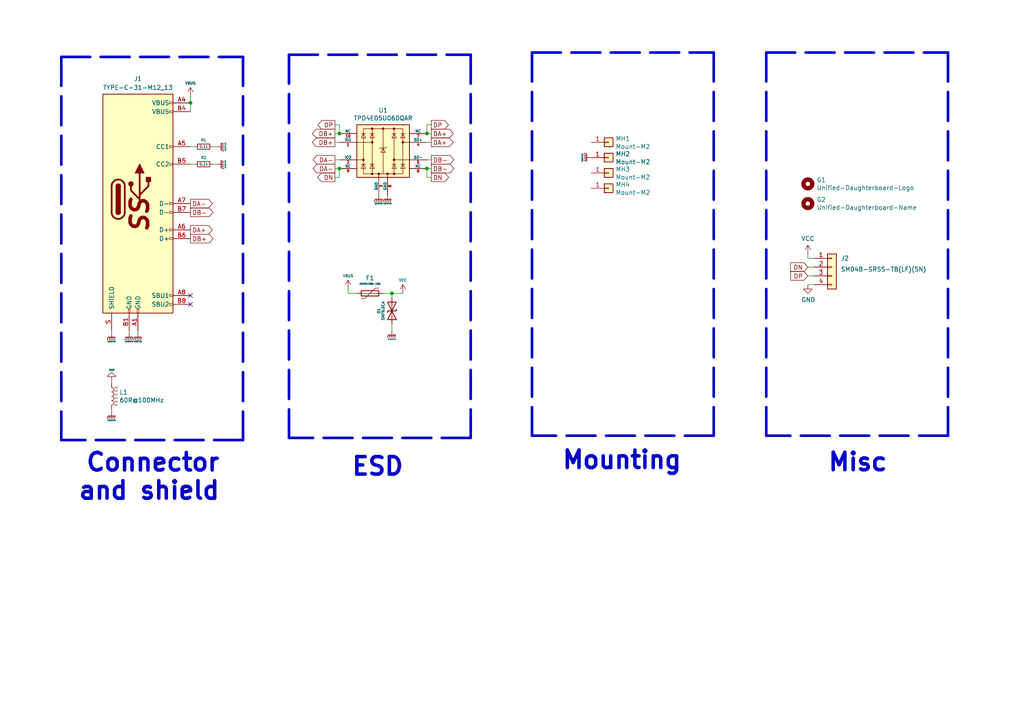
<source format=kicad_sch>
(kicad_sch (version 20211123) (generator eeschema)
  (paper "A4")
  (title_block (title "Unified Daughterboard") (date "2020-03-22") (rev "C3") (company "Designed by the keyboard community"))
  (lib_symbols
    (symbol "Connector_Generic:Conn_01x01" (pin_names (offset 1.016) hide)
      (property "Reference" "J" (at 0 2.54 0))
      (property "Value" "Conn_01x01" (at 0 -2.54 0))
      (symbol "Conn_01x01_1_1"
        (rectangle (start -1.27 0.127) (end 0 -0.127) (stroke (width 0.1524)))
        (rectangle (start -1.27 1.27) (end 1.27 -1.27) (stroke (width 0.254)) (fill (type background)))
        (pin passive line (at -5.08 0 0) (length 3.81) (name "Pin_1") (number "1"))
      )
    )
    (symbol "Connector_Generic:Conn_01x04" (pin_names (offset 1.016) hide)
      (property "Reference" "J" (at 0 5.08 0))
      (property "Value" "Conn_01x04" (at 0 -7.62 0))
      (symbol "Conn_01x04_1_1"
        (rectangle (start -1.27 -4.953) (end 0 -5.207) (stroke (width 0.1524)))
        (rectangle (start -1.27 -2.413) (end 0 -2.667) (stroke (width 0.1524)))
        (rectangle (start -1.27 0.127) (end 0 -0.127) (stroke (width 0.1524)))
        (rectangle (start -1.27 2.667) (end 0 2.413) (stroke (width 0.1524)))
        (rectangle (start -1.27 3.81) (end 1.27 -6.35) (stroke (width 0.254)) (fill (type background)))
        (pin passive line (at -5.08 2.54 0) (length 3.81) (name "Pin_1") (number "1"))
        (pin passive line (at -5.08 0 0) (length 3.81) (name "Pin_2") (number "2"))
        (pin passive line (at -5.08 -2.54 0) (length 3.81) (name "Pin_3") (number "3"))
        (pin passive line (at -5.08 -5.08 0) (length 3.81) (name "Pin_4") (number "4"))
      )
    )
    (symbol "Device:D_TVS" (pin_numbers hide) (pin_names (offset 1.016) hide)
      (property "Reference" "D" (at 0 2.54 0))
      (property "Value" "D_TVS" (at 0 -2.54 0))
      (symbol "D_TVS_0_1"
        (polyline (pts (xy 1.27 0) (xy -1.27 0)))
        (polyline (pts (xy 0.508 1.27) (xy 0 1.27) (xy 0 -1.27) (xy -0.508 -1.27)) (stroke (width 0.254)))
        (polyline (pts (xy -2.54 1.27) (xy -2.54 -1.27) (xy 2.54 1.27) (xy 2.54 -1.27) (xy -2.54 1.27)) (stroke (width 0.254)))
      )
      (symbol "D_TVS_1_1"
        (pin passive line (at -3.81 0 0) (length 2.54) (name "A1") (number "1"))
        (pin passive line (at 3.81 0 180) (length 2.54) (name "A2") (number "2"))
      )
    )
    (symbol "Device:Polyfuse" (pin_numbers hide) (pin_names (offset 0))
      (property "Reference" "F" (at -2.54 0 90))
      (property "Value" "Polyfuse" (at 2.54 0 90))
      (symbol "Polyfuse_0_1"
        (rectangle (start -0.762 2.54) (end 0.762 -2.54) (stroke (width 0.254)))
        (polyline (pts (xy 0 2.54) (xy 0 -2.54)))
        (polyline (pts (xy -1.524 2.54) (xy -1.524 1.524) (xy 1.524 -1.524) (xy 1.524 -2.54)))
      )
      (symbol "Polyfuse_1_1"
        (pin passive line (at 0 3.81 270) (length 1.27) (name "~") (number "1"))
        (pin passive line (at 0 -3.81 90) (length 1.27) (name "~") (number "2"))
      )
    )
    (symbol "Device:R_Small" (pin_numbers hide) (pin_names (offset 0.254) hide)
      (property "Reference" "R" (at 0.762 0.508 0))
      (property "Value" "R_Small" (at 0.762 -1.016 0))
      (symbol "R_Small_0_1"
        (rectangle (start -0.762 1.778) (end 0.762 -1.778) (stroke (width 0.2032)))
      )
      (symbol "R_Small_1_1"
        (pin passive line (at 0 2.54 270) (length 0.762) (name "~") (number "1"))
        (pin passive line (at 0 -2.54 90) (length 0.762) (name "~") (number "2"))
      )
    )
    (symbol "Mechanical:MountingHole" (pin_names (offset 1.016))
      (property "Reference" "H" (at 0 5.08 0))
      (property "Value" "MountingHole" (at 0 3.175 0))
      (symbol "MountingHole_0_1"
        (circle (center 0 0) (radius 1.27) (stroke (width 1.27)))
      )
    )
    (symbol "Unified-Daughterboard-rescue:L_Core_Ferrite-Device" (pin_numbers hide) (pin_names (offset 1.016) hide)
      (property "Reference" "L" (at -1.27 0 90))
      (property "Value" "L_Core_Ferrite-Device" (at 2.794 0 90))
      (symbol "L_Core_Ferrite-Device_0_1"
        (arc (start 0 -2.54) (mid 0.635 -1.905) (end 0 -1.27))
        (arc (start 0 -1.27) (mid 0.635 -0.635) (end 0 0))
        (polyline (pts (xy 1.016 -2.794) (xy 1.016 -2.286)))
        (polyline (pts (xy 1.016 -1.778) (xy 1.016 -1.27)))
        (polyline (pts (xy 1.016 -0.762) (xy 1.016 -0.254)))
        (polyline (pts (xy 1.016 0.254) (xy 1.016 0.762)))
        (polyline (pts (xy 1.016 1.27) (xy 1.016 1.778)))
        (polyline (pts (xy 1.016 2.286) (xy 1.016 2.794)))
        (polyline (pts (xy 1.524 -2.286) (xy 1.524 -2.794)))
        (polyline (pts (xy 1.524 -1.27) (xy 1.524 -1.778)))
        (polyline (pts (xy 1.524 -0.254) (xy 1.524 -0.762)))
        (polyline (pts (xy 1.524 0.762) (xy 1.524 0.254)))
        (polyline (pts (xy 1.524 1.778) (xy 1.524 1.27)))
        (polyline (pts (xy 1.524 2.794) (xy 1.524 2.286)))
        (arc (start 0 0) (mid 0.635 0.635) (end 0 1.27))
        (arc (start 0 1.27) (mid 0.635 1.905) (end 0 2.54))
      )
      (symbol "L_Core_Ferrite-Device_1_1"
        (pin passive line (at 0 3.81 270) (length 1.27) (name "1") (number "1"))
        (pin passive line (at 0 -3.81 90) (length 1.27) (name "2") (number "2"))
      )
    )
    (symbol "acheronSymbols:TPD4E05U06DQAR" (pin_names (offset 0))
      (property "Reference" "U" (at 0 12.7 0))
      (property "Value" "TPD4E05U06DQAR" (at 0 10.16 0))
      (symbol "TPD4E05U06DQAR_0_0"
        (rectangle (start -5.715 6.477) (end 5.715 -6.604))
        (polyline (pts (xy -3.175 -6.604) (xy -3.175 6.477)))
        (polyline (pts (xy 0 6.477) (xy 0 -6.604)))
        (polyline (pts (xy 3.175 6.477) (xy 3.175 -6.604)))
      )
      (symbol "TPD4E05U06DQAR_0_1"
        (rectangle (start -7.62 7.62) (end 7.62 -7.62) (stroke (width 0.254)) (fill (type background)))
        (circle (center -5.715 -2.54) (radius 0.2794) (fill (type outline)))
        (circle (center -3.175 -6.604) (radius 0.2794) (fill (type outline)))
        (circle (center -3.175 2.54) (radius 0.2794) (fill (type outline)))
        (circle (center -3.175 6.477) (radius 0.2794) (fill (type outline)))
        (circle (center -1.27 -6.604) (radius 0.2794) (fill (type outline)))
        (polyline (pts (xy -7.747 2.54) (xy -3.175 2.54)))
        (polyline (pts (xy -7.62 -2.54) (xy -5.715 -2.54)))
        (polyline (pts (xy -5.08 -3.81) (xy -6.35 -3.81)))
        (polyline (pts (xy -5.08 5.08) (xy -6.35 5.08)))
        (polyline (pts (xy -2.54 -3.81) (xy -3.81 -3.81)))
        (polyline (pts (xy -2.54 5.08) (xy -3.81 5.08)))
        (polyline (pts (xy -1.27 -6.604) (xy -1.27 -7.62)))
        (polyline (pts (xy -0.635 0.889) (xy -1.016 0.635)))
        (polyline (pts (xy 0.635 0.889) (xy -0.635 0.889)))
        (polyline (pts (xy 0.635 0.889) (xy 1.016 1.143)))
        (polyline (pts (xy 3.81 -3.81) (xy 2.54 -3.81)))
        (polyline (pts (xy 3.81 5.08) (xy 2.54 5.08)))
        (polyline (pts (xy 6.35 -3.81) (xy 5.08 -3.81)))
        (polyline (pts (xy 6.35 5.08) (xy 5.08 5.08)))
        (polyline (pts (xy 7.62 -2.54) (xy 3.175 -2.54)))
        (polyline (pts (xy 7.62 2.54) (xy 5.715 2.54)))
        (polyline (pts (xy -5.08 -5.08) (xy -6.35 -5.08) (xy -5.715 -3.81) (xy -5.08 -5.08)))
        (polyline (pts (xy -5.08 3.81) (xy -6.35 3.81) (xy -5.715 5.08) (xy -5.08 3.81)))
        (polyline (pts (xy -2.54 -5.08) (xy -3.81 -5.08) (xy -3.175 -3.81) (xy -2.54 -5.08)))
        (polyline (pts (xy -2.54 3.81) (xy -3.81 3.81) (xy -3.175 5.08) (xy -2.54 3.81)))
        (polyline (pts (xy 0.635 -0.381) (xy -0.635 -0.381) (xy 0 0.889) (xy 0.635 -0.381)))
        (polyline (pts (xy 3.81 -5.08) (xy 2.54 -5.08) (xy 3.175 -3.81) (xy 3.81 -5.08)))
        (polyline (pts (xy 3.81 3.81) (xy 2.54 3.81) (xy 3.175 5.08) (xy 3.81 3.81)))
        (polyline (pts (xy 6.35 -5.08) (xy 5.08 -5.08) (xy 5.715 -3.81) (xy 6.35 -5.08)))
        (polyline (pts (xy 6.35 3.81) (xy 5.08 3.81) (xy 5.715 5.08) (xy 6.35 3.81)))
        (circle (center 0 6.477) (radius 0.2794) (fill (type outline)))
        (circle (center 3.175 -6.604) (radius 0.2794) (fill (type outline)))
        (circle (center 3.175 -2.54) (radius 0.2794) (fill (type outline)))
        (circle (center 3.175 6.477) (radius 0.2794) (fill (type outline)))
        (circle (center 5.715 2.54) (radius 0.2794) (fill (type outline)))
      )
      (symbol "TPD4E05U06DQAR_1_1"
        (polyline (pts (xy 1.27 -6.604) (xy 1.27 -7.62)))
        (circle (center 1.27 -6.604) (radius 0.2794) (fill (type outline)))
        (pin bidirectional line (at -12.7 2.54 0) (length 5.08) (name "IO1") (number "1"))
        (pin bidirectional line (at -12.7 5.08 0) (length 5.08) (name "NC") (number "10"))
        (pin bidirectional line (at -12.7 -2.54 0) (length 5.08) (name "IO2") (number "2"))
        (pin power_in line (at -1.27 -12.7 90) (length 5.08) (name "GND") (number "3"))
        (pin bidirectional line (at 12.7 2.54 180) (length 5.08) (name "D2+") (number "4"))
        (pin bidirectional line (at 12.7 -2.54 180) (length 5.08) (name "D2-") (number "5"))
        (pin bidirectional line (at 12.7 -5.08 180) (length 5.08) (name "NC") (number "6"))
        (pin bidirectional line (at 12.7 5.08 180) (length 5.08) (name "NC") (number "7"))
        (pin power_in line (at 1.27 -12.7 90) (length 5.08) (name "GND") (number "8"))
        (pin bidirectional line (at -12.7 -5.08 0) (length 5.08) (name "NC") (number "9"))
      )
    )
    (symbol "acheronSymbols:TYPE-C-31-M12_13" (pin_names (offset 1.016))
      (property "Reference" "J" (at -1.27 35.56 0))
      (property "Value" "TYPE-C-31-M12_13" (at 10.16 33.02 0))
      (symbol "TYPE-C-31-M12_13_0_0"
        (rectangle (start -0.254 -31.75) (end 0.254 -30.734))
        (rectangle (start 10.16 -28.956) (end 9.144 -29.464))
        (rectangle (start 10.16 -26.416) (end 9.144 -26.924))
        (rectangle (start 10.16 -9.906) (end 9.144 -10.414))
        (rectangle (start 10.16 -7.366) (end 9.144 -7.874))
        (rectangle (start 10.16 -2.286) (end 9.144 -2.794))
        (rectangle (start 10.16 0.254) (end 9.144 -0.254))
        (rectangle (start 10.16 11.684) (end 9.144 11.176))
        (rectangle (start 10.16 16.764) (end 9.144 16.256))
        (rectangle (start 10.16 29.464) (end 9.144 28.956))
        (text "SS" (at 0.508 -3.175 900) (effects (font (size 5.08 5.08) bold italic)))
      )
      (symbol "TYPE-C-31-M12_13_0_1"
        (rectangle (start -10.16 31.75) (end 10.16 -31.75) (stroke (width 0.254)) (fill (type background)))
        (arc (start -7.62 -2.54) (mid -5.715 -4.445) (end -3.81 -2.54) (stroke (width 0.508)))
        (arc (start -6.35 -2.54) (mid -5.715 -3.175) (end -5.08 -2.54) (stroke (width 0.254)))
        (arc (start -6.35 -2.54) (mid -5.715 -3.175) (end -5.08 -2.54) (stroke (width 0.254)) (fill (type outline)))
        (rectangle (start -6.35 -2.54) (end -5.08 5.08) (stroke (width 0.254)) (fill (type outline)))
        (arc (start -5.08 5.08) (mid -5.715 5.715) (end -6.35 5.08) (stroke (width 0.254)))
        (arc (start -5.08 5.08) (mid -5.715 5.715) (end -6.35 5.08) (stroke (width 0.254)) (fill (type outline)))
        (arc (start -3.81 5.08) (mid -5.715 6.985) (end -7.62 5.08) (stroke (width 0.508)))
        (circle (center -2.032 5.715) (radius 0.635) (stroke (width 0.254)) (fill (type outline)))
        (polyline (pts (xy -7.62 -2.54) (xy -7.62 5.08)) (stroke (width 0.508)))
        (polyline (pts (xy -3.81 5.08) (xy -3.81 -2.54)) (stroke (width 0.508)))
        (polyline (pts (xy 0.508 0) (xy 0.508 8.89)) (stroke (width 0.508)))
        (polyline (pts (xy 0.508 1.27) (xy -2.032 3.81) (xy -2.032 5.08)) (stroke (width 0.508)))
        (polyline (pts (xy 0.508 2.54) (xy 3.048 5.08) (xy 3.048 6.35)) (stroke (width 0.508)))
        (polyline (pts (xy -0.762 8.89) (xy 0.508 11.43) (xy 1.778 8.89) (xy -0.762 8.89)) (stroke (width 0.254)) (fill (type outline)))
        (rectangle (start 2.413 6.35) (end 3.683 7.62) (stroke (width 0.254)) (fill (type outline)))
      )
      (symbol "TYPE-C-31-M12_13_1_1"
        (rectangle (start -2.794 -31.75) (end -2.286 -30.734))
        (rectangle (start 10.16 26.924) (end 9.144 26.416))
        (pin power_out line (at 0 -36.83 90) (length 5.08) (name "GND") (number "A1"))
        (pin power_out line (at 15.24 29.21 180) (length 5.08) (name "VBUS") (number "A4"))
        (pin bidirectional line (at 15.24 16.51 180) (length 5.08) (name "CC1") (number "A5"))
        (pin bidirectional line (at 15.24 -7.62 180) (length 5.08) (name "D+") (number "A6"))
        (pin bidirectional line (at 15.24 0 180) (length 5.08) (name "D-") (number "A7"))
        (pin bidirectional line (at 15.24 -26.67 180) (length 5.08) (name "SBU1") (number "A8"))
        (pin power_out line (at -2.54 -36.83 90) (length 5.08) (name "GND") (number "B1"))
        (pin power_out line (at 15.24 26.67 180) (length 5.08) (name "VBUS") (number "B4"))
        (pin bidirectional line (at 15.24 11.43 180) (length 5.08) (name "CC2") (number "B5"))
        (pin bidirectional line (at 15.24 -10.16 180) (length 5.08) (name "D+") (number "B6"))
        (pin bidirectional line (at 15.24 -2.54 180) (length 5.08) (name "D-") (number "B7"))
        (pin bidirectional line (at 15.24 -29.21 180) (length 5.08) (name "SBU2") (number "B8"))
        (pin passive line (at -7.62 -36.83 90) (length 5.08) (name "SHIELD") (number "S"))
      )
    )
    (symbol "power:GND" (power) (pin_names (offset 0))
      (property "Value" "GND" (at 0 -3.81 0))
      (symbol "GND_0_1"
        (polyline (pts (xy 0 0) (xy 0 -1.27) (xy 1.27 -1.27) (xy 0 -2.54) (xy -1.27 -1.27) (xy 0 -1.27)))
      )
      (symbol "GND_1_1"
        (pin power_in line (at 0 0 270) (length 0) hide (name "GND") (number "1"))
      )
    )
    (symbol "power:GNDPWR" (power) (pin_names (offset 0))
      (property "Value" "GNDPWR" (at 0 -3.302 0))
      (symbol "GNDPWR_0_1"
        (polyline (pts (xy 0 -1.27) (xy 0 0)))
        (polyline (pts (xy -1.016 -1.27) (xy -1.27 -2.032) (xy -1.27 -2.032)) (stroke (width 0.2032)))
        (polyline (pts (xy -0.508 -1.27) (xy -0.762 -2.032) (xy -0.762 -2.032)) (stroke (width 0.2032)))
        (polyline (pts (xy 0 -1.27) (xy -0.254 -2.032) (xy -0.254 -2.032)) (stroke (width 0.2032)))
        (polyline (pts (xy 0.508 -1.27) (xy 0.254 -2.032) (xy 0.254 -2.032)) (stroke (width 0.2032)))
        (polyline (pts (xy 1.016 -1.27) (xy -1.016 -1.27) (xy -1.016 -1.27)) (stroke (width 0.2032)))
        (polyline (pts (xy 1.016 -1.27) (xy 0.762 -2.032) (xy 0.762 -2.032) (xy 0.762 -2.032)) (stroke (width 0.2032)))
      )
      (symbol "GNDPWR_1_1"
        (pin power_in line (at 0 0 270) (length 0) hide (name "GNDPWR") (number "1"))
      )
    )
    (symbol "power:VBUS" (power) (pin_names (offset 0))
      (property "Value" "VBUS" (at 0 3.81 0))
      (symbol "VBUS_0_1"
        (polyline (pts (xy -0.762 1.27) (xy 0 2.54)))
        (polyline (pts (xy 0 0) (xy 0 2.54)))
        (polyline (pts (xy 0 2.54) (xy 0.762 1.27)))
      )
      (symbol "VBUS_1_1"
        (pin power_in line (at 0 0 90) (length 0) hide (name "VBUS") (number "1"))
      )
    )
    (symbol "power:VCC" (power) (pin_names (offset 0))
      (property "Value" "VCC" (at 0 3.81 0))
      (symbol "VCC_0_1"
        (polyline (pts (xy -0.762 1.27) (xy 0 2.54)))
        (polyline (pts (xy 0 0) (xy 0 2.54)))
        (polyline (pts (xy 0 2.54) (xy 0.762 1.27)))
      )
      (symbol "VCC_1_1"
        (pin power_in line (at 0 0 90) (length 0) hide (name "VCC") (number "1"))
      )
    )
  )
  (junction (at 113.665 85.09))
  (junction (at 55.245 29.845))
  (junction (at 98.425 38.735))
  (junction (at 123.825 48.895))
  (junction (at 123.825 38.735))
  (junction (at 98.425 48.895))
  (no_connect (at 55.245 88.265))
  (no_connect (at 55.245 85.725))
  (polyline (pts (xy 70.485 16.51) (xy 70.485 127.635)) (stroke (width 0.762)))
  (polyline (pts (xy 136.525 15.875) (xy 136.525 127)) (stroke (width 0.762)))
  (wire (pts (xy 125.095 36.195) (xy 123.825 36.195)))
  (wire (pts (xy 98.425 51.435) (xy 98.425 48.895)))
  (polyline (pts (xy 154.305 15.24) (xy 207.01 15.24)) (stroke (width 0.762)))
  (polyline (pts (xy 17.78 16.51) (xy 70.485 16.51)) (stroke (width 0.762)))
  (wire (pts (xy 97.155 46.355) (xy 98.425 46.355)))
  (polyline (pts (xy 207.01 126.365) (xy 154.305 126.365)) (stroke (width 0.762)))
  (wire (pts (xy 97.155 48.895) (xy 98.425 48.895)))
  (wire (pts (xy 97.155 51.435) (xy 98.425 51.435)))
  (polyline (pts (xy 83.82 15.875) (xy 83.82 127)) (stroke (width 0.762)))
  (polyline (pts (xy 136.525 127) (xy 83.82 127)) (stroke (width 0.762)))
  (wire (pts (xy 123.825 36.195) (xy 123.825 38.735)))
  (wire (pts (xy 123.825 46.355) (xy 125.095 46.355)))
  (polyline (pts (xy 70.485 127.635) (xy 17.78 127.635)) (stroke (width 0.762)))
  (wire (pts (xy 55.245 42.545) (xy 56.515 42.545)))
  (polyline (pts (xy 222.25 15.24) (xy 274.955 15.24)) (stroke (width 0.762)))
  (wire (pts (xy 234.315 73.66) (xy 234.315 74.93)))
  (wire (pts (xy 123.825 48.895) (xy 125.095 48.895)))
  (wire (pts (xy 236.22 77.47) (xy 234.315 77.47)))
  (wire (pts (xy 97.155 41.275) (xy 98.425 41.275)))
  (wire (pts (xy 123.825 38.735) (xy 125.095 38.735)))
  (wire (pts (xy 123.825 51.435) (xy 125.095 51.435)))
  (wire (pts (xy 123.825 48.895) (xy 123.825 51.435)))
  (polyline (pts (xy 17.78 16.51) (xy 17.78 127.635)) (stroke (width 0.762)))
  (wire (pts (xy 123.825 41.275) (xy 125.095 41.275)))
  (wire (pts (xy 40.005 95.885) (xy 40.005 96.52)))
  (wire (pts (xy 97.155 36.195) (xy 98.425 36.195)))
  (wire (pts (xy 55.245 29.845) (xy 55.245 32.385)))
  (wire (pts (xy 55.245 47.625) (xy 56.515 47.625)))
  (wire (pts (xy 234.315 80.01) (xy 236.22 80.01)))
  (wire (pts (xy 32.385 110.49) (xy 32.385 111.125)))
  (wire (pts (xy 37.465 95.885) (xy 37.465 96.52)))
  (polyline (pts (xy 274.955 126.365) (xy 222.25 126.365)) (stroke (width 0.762)))
  (wire (pts (xy 100.965 85.09) (xy 103.505 85.09)))
  (wire (pts (xy 113.665 93.98) (xy 113.665 95.885)))
  (polyline (pts (xy 83.82 15.875) (xy 136.525 15.875)) (stroke (width 0.762)))
  (wire (pts (xy 113.665 85.09) (xy 113.665 86.36)))
  (wire (pts (xy 111.125 85.09) (xy 113.665 85.09)))
  (wire (pts (xy 113.665 85.09) (xy 116.84 85.09)))
  (wire (pts (xy 61.595 42.545) (xy 62.865 42.545)))
  (polyline (pts (xy 222.25 15.24) (xy 222.25 126.365)) (stroke (width 0.762)))
  (wire (pts (xy 97.155 38.735) (xy 98.425 38.735)))
  (wire (pts (xy 32.385 118.745) (xy 32.385 119.38)))
  (wire (pts (xy 234.315 74.93) (xy 236.22 74.93)))
  (polyline (pts (xy 274.955 15.24) (xy 274.955 126.365)) (stroke (width 0.762)))
  (wire (pts (xy 61.595 47.625) (xy 62.865 47.625)))
  (wire (pts (xy 98.425 36.195) (xy 98.425 38.735)))
  (wire (pts (xy 32.385 95.885) (xy 32.385 96.52)))
  (polyline (pts (xy 154.305 15.24) (xy 154.305 126.365)) (stroke (width 0.762)))
  (wire (pts (xy 100.965 83.82) (xy 100.965 85.09)))
  (wire (pts (xy 234.315 82.55) (xy 236.22 82.55)))
  (wire (pts (xy 55.245 27.94) (xy 55.245 29.845)))
  (polyline (pts (xy 207.01 15.24) (xy 207.01 126.365)) (stroke (width 0.762)))
  (text "ESD" (at 117.475 138.43 180) (effects (font (size 5.08 5.08) (thickness 1.016) bold) (justify right bottom)))
  (text "Mounting" (at 198.12 136.525 180) (effects (font (size 5.08 5.08) (thickness 1.016) bold) (justify right bottom)))
  (text "Connector\nand shield" (at 64.135 145.415 180) (effects (font (size 5.08 5.08) (thickness 1.016) bold) (justify right bottom)))
  (text "Misc" (at 257.81 137.16 180) (effects (font (size 5.08 5.08) (thickness 1.016) bold) (justify right bottom)))
  (global_label "DB+" (shape output) (at 97.155 41.275 180) (property "Intersheet References" "${INTERSHEET_REFS}" (effects hide)))
  (global_label "DA-" (shape output) (at 97.155 48.895 180) (property "Intersheet References" "${INTERSHEET_REFS}" (effects hide)))
  (global_label "DA+" (shape output) (at 125.095 41.275 0) (property "Intersheet References" "${INTERSHEET_REFS}" (effects hide)))
  (global_label "DA-" (shape output) (at 97.155 46.355 180) (property "Intersheet References" "${INTERSHEET_REFS}" (effects hide)))
  (global_label "DB+" (shape output) (at 97.155 38.735 180) (property "Intersheet References" "${INTERSHEET_REFS}" (effects hide)))
  (global_label "DA+" (shape output) (at 125.095 38.735 0) (property "Intersheet References" "${INTERSHEET_REFS}" (effects hide)))
  (global_label "DA+" (shape output) (at 55.245 66.675 0) (property "Intersheet References" "${INTERSHEET_REFS}" (effects hide)))
  (global_label "DN" (shape output) (at 125.095 51.435 0) (property "Intersheet References" "${INTERSHEET_REFS}" (effects hide)))
  (global_label "DP" (shape input) (at 234.315 80.01 180) (property "Intersheet References" "${INTERSHEET_REFS}" (effects hide)))
  (global_label "DB-" (shape output) (at 55.245 61.595 0) (property "Intersheet References" "${INTERSHEET_REFS}" (effects hide)))
  (global_label "DP" (shape output) (at 125.095 36.195 0) (property "Intersheet References" "${INTERSHEET_REFS}" (effects hide)))
  (global_label "DP" (shape output) (at 97.155 36.195 180) (property "Intersheet References" "${INTERSHEET_REFS}" (effects hide)))
  (global_label "DA-" (shape output) (at 55.245 59.055 0) (property "Intersheet References" "${INTERSHEET_REFS}" (effects hide)))
  (global_label "DN" (shape input) (at 234.315 77.47 180) (property "Intersheet References" "${INTERSHEET_REFS}" (effects hide)))
  (global_label "DB+" (shape output) (at 55.245 69.215 0) (property "Intersheet References" "${INTERSHEET_REFS}" (effects hide)))
  (global_label "DB-" (shape output) (at 125.095 48.895 0) (property "Intersheet References" "${INTERSHEET_REFS}" (effects hide)))
  (global_label "DB-" (shape output) (at 125.095 46.355 0) (property "Intersheet References" "${INTERSHEET_REFS}" (effects hide)))
  (global_label "DN" (shape output) (at 97.155 51.435 180) (property "Intersheet References" "${INTERSHEET_REFS}" (effects hide)))
  (symbol (lib_id "Connector_Generic:Conn_01x04") (at 241.3 77.47 0) (unit 1)
    (property "Reference" "J2" (at 243.84 74.93 0) (effects (justify left)))
    (property "Value" "SM04B-SRSS-TB(LF)(SN)" (at 243.84 78.105 0) (effects (justify left)))
    (property "Footprint" "random-keyboard-parts:JST-SR-4" (effects hide))
    (property "Manufacturer" "JST Sales America" (effects hide))
    (property "Manufacturer Part No" "SM04B-SRSS-TB(LF)(SN)" (effects hide))
    (property "LCSC Part No" "C160404" (effects hide))
  )
  (symbol (lib_id "Device:R_Small") (at 59.055 42.545 90) (unit 1)
    (property "Reference" "R1" (at 59.055 40.64 90) (effects (font (size 0.762 0.762))))
    (property "Value" "5.1k" (at 59.055 42.545 90) (effects (font (size 0.762 0.762))))
    (property "Footprint" "Resistors_SMD:R_0603" (effects hide))
    (property "Package" "R0603" (effects hide))
  )
  (symbol (lib_id "Device:R_Small") (at 59.055 47.625 90) (unit 1)
    (property "Reference" "R2" (at 59.055 45.72 90) (effects (font (size 0.762 0.762))))
    (property "Value" "5.1k" (at 59.055 47.625 90) (effects (font (size 0.762 0.762))))
    (property "Footprint" "Resistors_SMD:R_0603" (effects hide))
    (property "Package" "R0603" (effects hide))
  )
  (symbol (lib_id "power:GND") (at 234.315 82.55 0) (unit 1)
    (property "Reference" "#PWR0104" (effects hide))
    (property "Value" "GND" (at 234.442 86.9442 0))
  )
  (symbol (lib_id "Connector_Generic:Conn_01x01") (at 176.53 41.275 0) (unit 1)
    (property "Reference" "MH1" (at 178.5366 40.2082 0) (effects (justify left)))
    (property "Value" "Mount-M2" (at 178.5366 42.5196 0) (effects (justify left)))
    (property "Footprint" "random-keyboard-parts:Generic-Mounthole" (effects hide))
  )
  (symbol (lib_id "Connector_Generic:Conn_01x01") (at 176.53 45.72 0) (unit 1)
    (property "Reference" "MH2" (at 178.5366 44.6532 0) (effects (justify left)))
    (property "Value" "Mount-M2" (at 178.5366 46.9646 0) (effects (justify left)))
    (property "Footprint" "random-keyboard-parts:Generic-Mounthole" (effects hide))
  )
  (symbol (lib_id "Connector_Generic:Conn_01x01") (at 176.53 50.165 0) (unit 1)
    (property "Reference" "MH3" (at 178.5366 49.0982 0) (effects (justify left)))
    (property "Value" "Mount-M2" (at 178.5366 51.4096 0) (effects (justify left)))
    (property "Footprint" "random-keyboard-parts:Generic-Mounthole" (effects hide))
  )
  (symbol (lib_id "Connector_Generic:Conn_01x01") (at 176.53 54.61 0) (unit 1)
    (property "Reference" "MH4" (at 178.5366 53.5432 0) (effects (justify left)))
    (property "Value" "Mount-M2" (at 178.5366 55.8546 0) (effects (justify left)))
    (property "Footprint" "random-keyboard-parts:Generic-Mounthole" (effects hide))
  )
  (symbol (lib_id "Device:D_TVS") (at 113.665 90.17 270) (mirror x) (unit 1)
    (property "Reference" "D1" (at 109.855 90.17 0) (effects (font (size 0.762 0.762))))
    (property "Value" "SMF9.0CA" (at 111.125 90.17 0) (effects (font (size 0.762 0.762))))
    (property "Footprint" "acheron_Components:D_SOD-123_Bidirectional" (effects hide))
    (property "Package" "SOD-123F-B" (effects hide))
    (property "Manufacturer" "Microdiode Electronics" (effects hide))
    (property "Manufacturer Part No" "SMF9.0CA" (effects hide))
    (property "LCSC Part No" "C123799" (effects hide))
  )
  (symbol (lib_id "acheronSymbols:TYPE-C-31-M12_13") (at 40.005 59.055 0) (unit 1)
    (property "Reference" "J1" (at 40.005 22.86 0))
    (property "Value" "TYPE-C-31-M12_13" (at 40.005 25.4 0))
    (property "Footprint" "acheron_Connectors:TYPE-C-31-M-12" (effects hide))
    (property "Manufacturer" "Korean Hroparts" (effects hide))
    (property "Manufacturer Part No" "TYPE-C-31-M-12" (effects hide))
    (property "LCSC Part No" "C165948" (effects hide))
  )
  (symbol (lib_id "power:GNDPWR") (at 32.385 96.52 0) (unit 1)
    (property "Reference" "#PWR0106" (effects hide))
    (property "Value" "GNDPWR" (at 32.385 99.06 0) (effects (font (size 0.381 0.381))))
  )
  (symbol (lib_id "power:GNDPWR") (at 37.465 96.52 0) (unit 1)
    (property "Reference" "#PWR0107" (effects hide))
    (property "Value" "GNDPWR" (at 37.465 99.06 0) (effects (font (size 0.381 0.381))))
  )
  (symbol (lib_id "power:VBUS") (at 55.245 27.94 0) (unit 1)
    (property "Reference" "#PWR0113" (effects hide))
    (property "Value" "VBUS" (at 55.245 24.13 0) (effects (font (size 0.762 0.762))))
  )
  (symbol (lib_id "power:GNDPWR") (at 40.005 96.52 0) (unit 1)
    (property "Reference" "#PWR0105" (effects hide))
    (property "Value" "GNDPWR" (at 40.005 99.06 0) (effects (font (size 0.381 0.381))))
  )
  (symbol (lib_id "Mechanical:MountingHole") (at 234.315 59.055 0) (unit 1)
    (property "Reference" "G2" (at 236.855 57.912 0) (effects (justify left)))
    (property "Value" "Unified-Daughterboard-Name" (at 236.855 60.198 0) (effects (justify left)))
    (property "Footprint" "Unified-Daughterboard-Logo:Unified-Daughterboard-Name.pretty" (effects hide))
  )
  (symbol (lib_id "power:GNDPWR") (at 62.865 42.545 90) (unit 1)
    (property "Reference" "#PWR0102" (effects hide))
    (property "Value" "GNDPWR" (at 65.405 42.545 0) (effects (font (size 0.381 0.381))))
  )
  (symbol (lib_id "power:GNDPWR") (at 62.865 47.625 90) (unit 1)
    (property "Reference" "#PWR0101" (effects hide))
    (property "Value" "GNDPWR" (at 65.405 47.625 0) (effects (font (size 0.381 0.381))))
  )
  (symbol (lib_id "power:GNDPWR") (at 171.45 45.72 270) (unit 1)
    (property "Reference" "#PWR0110" (effects hide))
    (property "Value" "GNDPWR" (at 168.91 45.72 0) (effects (font (size 0.381 0.381))))
  )
  (symbol (lib_id "acheronSymbols:TPD4E05U06DQAR") (at 111.125 43.815 0) (unit 1)
    (property "Reference" "U1" (at 111.125 31.9786 0))
    (property "Value" "TPD4E05U06DQAR" (at 111.125 34.29 0))
    (property "Footprint" "acheron_Components:USON-10_2.5x1.0mm_P0.5mm" (effects hide))
    (property "Manufacturer" "Texas Instruments" (effects hide))
    (property "Manufacturer Part No" "TPD4E05U06DQAR" (effects hide))
    (property "LCSC Part No" "C138714" (effects hide))
    (property "Package" "uSON-10" (effects hide))
  )
  (symbol (lib_id "power:GNDPWR") (at 113.665 95.885 0) (unit 1)
    (property "Reference" "#PWR0114" (effects hide))
    (property "Value" "GNDPWR" (at 113.665 98.425 0) (effects (font (size 0.381 0.381))))
  )
  (symbol (lib_id "power:VBUS") (at 100.965 83.82 0) (unit 1)
    (property "Reference" "#PWR0115" (effects hide))
    (property "Value" "VBUS" (at 100.965 80.01 0) (effects (font (size 0.762 0.762))))
  )
  (symbol (lib_id "Device:Polyfuse") (at 107.315 85.09 90) (unit 1)
    (property "Reference" "F1" (at 107.315 80.645 90))
    (property "Value" "ASMD1206-150" (at 107.315 82.3214 90) (effects (font (size 0.508 0.508))))
    (property "Footprint" "Fuse:Fuse_1206_3216Metric" (effects hide))
    (property "Manufacturer" "Shenzhen JDT Fuse" (effects hide))
    (property "Manufacturer Part No" "ASMD1206-150" (effects hide))
    (property "LCSC Part No" "C135342" (effects hide))
    (property "Package" "F1206" (effects hide))
  )
  (symbol (lib_id "power:GNDPWR") (at 109.855 56.515 0) (unit 1)
    (property "Reference" "#PWR0111" (effects hide))
    (property "Value" "GNDPWR" (at 109.855 59.055 0) (effects (font (size 0.381 0.381))))
  )
  (symbol (lib_id "power:VCC") (at 116.84 85.09 0) (unit 1)
    (property "Reference" "#PWR0119" (effects hide))
    (property "Value" "VCC" (at 116.84 81.28 0) (effects (font (size 0.762 0.762))))
  )
  (symbol (lib_id "power:GNDPWR") (at 112.395 56.515 0) (unit 1)
    (property "Reference" "#PWR0112" (effects hide))
    (property "Value" "GNDPWR" (at 112.395 59.055 0) (effects (font (size 0.381 0.381))))
  )
  (symbol (lib_id "power:VCC") (at 234.315 73.66 0) (unit 1)
    (property "Reference" "#PWR0103" (effects hide))
    (property "Value" "VCC" (at 234.315 69.215 0))
  )
  (symbol (lib_id "Unified-Daughterboard-rescue:L_Core_Ferrite-Device") (at 32.385 114.935 0) (unit 1)
    (property "Reference" "L1" (at 34.6202 113.792 0) (effects (justify left)))
    (property "Value" "60R@100MHz" (at 34.6202 116.078 0) (effects (justify left)))
    (property "Footprint" "Inductor_SMD:L_1206_3216Metric" (effects hide))
    (property "Manufacturer" "MELED Industrial" (effects hide))
    (property "Manufacturer Part No" "MLB3216-600P4A(f)" (effects hide))
    (property "LCSC Part No" "C33600" (effects hide))
    (property "Package" "L1206" (effects hide))
  )
  (symbol (lib_id "Mechanical:MountingHole") (at 234.315 53.34 0) (unit 1)
    (property "Reference" "G1" (at 236.855 52.197 0) (effects (justify left)))
    (property "Value" "Unified-Daughterboard-Logo" (at 236.855 54.483 0) (effects (justify left)))
    (property "Footprint" "Unified-Daughterboard-Logo:Unified-Daughterboard-Logo.pretty" (effects hide))
  )
  (symbol (lib_id "power:GNDPWR") (at 32.385 119.38 0) (unit 1)
    (property "Reference" "#PWR0108" (effects hide))
    (property "Value" "GNDPWR" (at 32.385 121.92 0) (effects (font (size 0.381 0.381))))
  )
  (symbol (lib_id "power:GND") (at 32.385 110.49 180) (unit 1)
    (property "Reference" "#PWR0109" (effects hide))
    (property "Value" "GND" (at 32.385 107.315 0) (effects (font (size 0.508 0.508))))
  )
)
</source>
